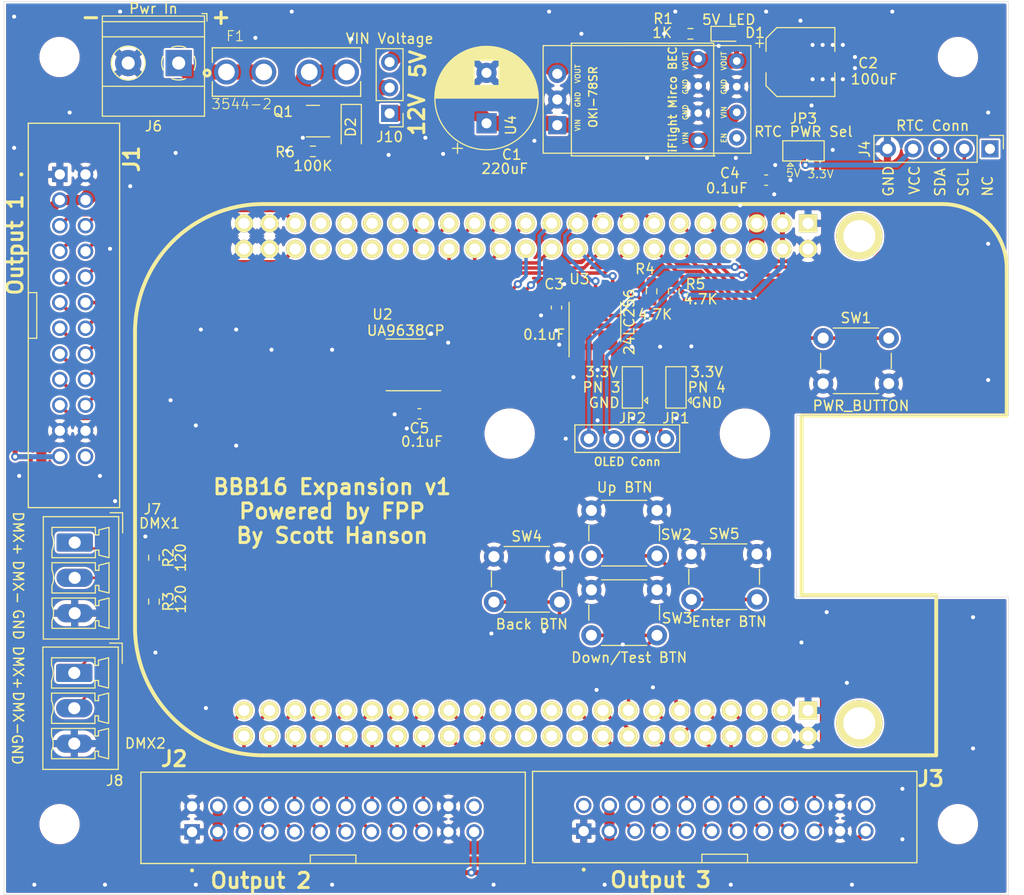
<source format=kicad_pcb>
(kicad_pcb (version 20211014) (generator pcbnew)
  (title_block (title "BBB16 Expansion") (date "2022-03-13") (rev "v1") (company "Scott Hanson"))
  (layers (0 "F.Cu" signal) (31 "B.Cu" signal) (34 "B.Paste" user) (35 "F.Paste" user) (36 "B.SilkS" user "B.Silkscreen") (37 "F.SilkS" user "F.Silkscreen") (38 "B.Mask" user) (39 "F.Mask" user) (44 "Edge.Cuts" user))
  (net 0 "")
  (net 1 "GND")
  (net 2 "+5V")
  (net 3 "/OLED_Pin_4")
  (net 4 "/OLED_Pin_3")
  (net 5 "I2C_SCL")
  (net 6 "I2C_SDA")
  (net 7 "+3V3")
  (net 8 "OUT16")
  (net 9 "OUT15")
  (net 10 "OUT14")
  (net 11 "OUT13")
  (net 12 "OUT12")
  (net 13 "OUT11")
  (net 14 "OUT10")
  (net 15 "OUT9")
  (net 16 "OUT8")
  (net 17 "OUT7")
  (net 18 "OUT6")
  (net 19 "OUT5")
  (net 20 "OUT4")
  (net 21 "OUT3")
  (net 22 "OUT2")
  (net 23 "OUT1")
  (net 24 "/Serial/DMX1-")
  (net 25 "/Serial/DMX1+")
  (net 26 "/Serial/DMX2+")
  (net 27 "/Serial/DMX2-")
  (net 28 "TXD1")
  (net 29 "TXD2")
  (net 30 "OUT32")
  (net 31 "OUT31")
  (net 32 "OUT30")
  (net 33 "OUT29")
  (net 34 "OUT28")
  (net 35 "OUT27")
  (net 36 "OUT26")
  (net 37 "OUT25")
  (net 38 "OUT24")
  (net 39 "OUT23")
  (net 40 "OUT22")
  (net 41 "OUT21")
  (net 42 "OUT20")
  (net 43 "OUT19")
  (net 44 "OUT18")
  (net 45 "OUT17")
  (net 46 "VCC")
  (net 47 "Net-(D2-Pad2)")
  (net 48 "Net-(D1-Pad1)")
  (net 49 "OUT48")
  (net 50 "OUT47")
  (net 51 "OUT46")
  (net 52 "OUT45")
  (net 53 "OUT44")
  (net 54 "OUT43")
  (net 55 "OUT42")
  (net 56 "OUT41")
  (net 57 "OUT40")
  (net 58 "OUT39")
  (net 59 "OUT38")
  (net 60 "OUT37")
  (net 61 "OUT36")
  (net 62 "OUT35")
  (net 63 "OUT34")
  (net 64 "OUT33")
  (net 69 "PWR_BUT")
  (net 71 "/VIN")
  (net 72 "BACKBTN")
  (net 73 "ENTERBTN")
  (net 97 "VIN2")
  (net 98 "UPBTN")
  (net 99 "DOWNBTN")
  (net 100 "Net-(J4-Pad4)")
  (net 101 "/12V")
  (footprint "Capacitor_THT:CP_Radial_D10.0mm_P5.00mm" (layer "F.Cu") (at 186.716 66.801677 90)
    (fp_text reference "C1")
    (fp_text value "220uF")
  )
  (footprint "LED_SMD:LED_0603_1608Metric_Pad1.05x0.95mm_HandSolder" (layer "F.Cu") (at 210.616 57.934)
    (fp_text reference "D1")
    (fp_text value "5V LED")
  )
  (footprint "OLED-SSD1306-128X64-I2C:OLED-SSD1306-128X64-I2C-THT" (layer "F.Cu") (at 200.66 98.044 180)
    (fp_text reference "J5" hide)
    (fp_text value "OLED Conn")
  )
  (footprint "Connector_PinHeader_2.54mm:PinHeader_1x05_P2.54mm_Vertical" (layer "F.Cu") (at 236.591 69.334 -90)
    (fp_text reference "J4")
    (fp_text value "RTC Conn")
  )
  (footprint "Resistor_SMD:R_0603_1608Metric_Pad0.98x0.95mm_HandSolder" (layer "F.Cu") (at 203.07 83.4459 -90)
    (fp_text reference "R4")
    (fp_text value "4.7K")
  )
  (footprint "Capacitor_SMD:C_0603_1608Metric_Pad1.08x0.95mm_HandSolder" (layer "F.Cu") (at 193.6466 85.0588 90)
    (fp_text reference "C3")
    (fp_text value "0.1uF")
  )
  (footprint "Package_SO:SOIC-8_3.9x4.9mm_P1.27mm" (layer "F.Cu") (at 197.4566 86.4812 90)
    (fp_text reference "U3")
    (fp_text value "24LC256")
  )
  (footprint "Resistor_SMD:R_0603_1608Metric_Pad0.98x0.95mm_HandSolder" (layer "F.Cu") (at 206.916 57.934)
    (fp_text reference "R1")
    (fp_text value "1K")
  )
  (footprint "Connector_Phoenix_MC:PhoenixContact_MCV_1,5_3-G-3.5_1x03_P3.50mm_Vertical" (layer "F.Cu") (at 145.916 108.334 -90)
    (fp_text reference "J7")
    (fp_text value "DMX1")
  )
  (footprint "Resistor_SMD:R_0603_1608Metric_Pad0.98x0.95mm_HandSolder" (layer "F.Cu") (at 153.766 114.184 -90)
    (fp_text reference "R3")
    (fp_text value "120")
  )
  (footprint "Capacitor_SMD:C_0603_1608Metric_Pad1.08x0.95mm_HandSolder" (layer "F.Cu") (at 214.416 72.434)
    (fp_text reference "C4")
    (fp_text value "0.1uF")
  )
  (footprint "Package_SO:SOIC-8_3.9x4.9mm_P1.27mm" (layer "F.Cu") (at 178.716 90.734 180)
    (fp_text reference "U2")
    (fp_text value "UA9638CP")
  )
  (footprint "Capacitor_SMD:C_0603_1608Metric_Pad1.08x0.95mm_HandSolder" (layer "F.Cu") (at 180.066 95.584 180)
    (fp_text reference "C5")
    (fp_text value "0.1uF")
  )
  (footprint "Connector_Phoenix_MC:PhoenixContact_MCV_1,5_3-G-3.5_1x03_P3.50mm_Vertical" (layer "F.Cu") (at 145.8735 121.2515 -90)
    (fp_text reference "J8")
    (fp_text value "DMX2")
  )
  (footprint "Resistor_SMD:R_0603_1608Metric_Pad0.98x0.95mm_HandSolder" (layer "F.Cu") (at 153.766 109.834 -90)
    (fp_text reference "R2")
    (fp_text value "120")
  )
  (footprint "Jumper:SolderJumper-3_P1.3mm_Open_Pad1.0x1.5mm" (layer "F.Cu") (at 205.486 92.964 90)
    (fp_text reference "JP1")
    (fp_text value "Pin_4_Select")
  )
  (footprint "Jumper:SolderJumper-3_P1.3mm_Open_Pad1.0x1.5mm" (layer "F.Cu") (at 201.168 92.964 90)
    (fp_text reference "JP2")
    (fp_text value "Pin_3_Select")
  )
  (footprint "Button_Switch_THT:SW_PUSH_6mm" (layer "F.Cu") (at 220.066 88.084)
    (fp_text reference "SW1")
    (fp_text value "PWR_BUTTON")
  )
  (footprint "302-S241:OST_302-S241" (layer "F.Cu") (at 171.516 135.734)
    (fp_text reference "J2")
    (fp_text value "Output 2")
  )
  (footprint "302-S241:OST_302-S241" (layer "F.Cu") (at 145.716 85.834 -90)
    (fp_text reference "J1")
    (fp_text value "Output 1")
  )
  (footprint "302-S241:OST_302-S241" (layer "F.Cu") (at 210.316 135.6565)
    (fp_text reference "J3")
    (fp_text value "Output 3")
  )
  (footprint "beagleboneblack:BEAGLEBONEBLACK" (layer "F.Cu") (at 195.072 102.108)
    (fp_text reference "U1" hide)
    (fp_text value "BEAGLEBONEBLACK" hide)
  )
  (footprint "Button_Switch_THT:SW_PUSH_6mm" (layer "F.Cu") (at 207.01 109.474)
    (fp_text reference "SW5")
    (fp_text value "Enter BTN")
  )
  (footprint "Button_Switch_THT:SW_PUSH_6mm" (layer "F.Cu") (at 187.452 109.728)
    (fp_text reference "SW4")
    (fp_text value "Back BTN")
  )
  (footprint "Button_Switch_THT:SW_PUSH_6mm" (layer "F.Cu") (at 197.104 105.156)
    (fp_text reference "SW2")
    (fp_text value "Up BTN")
  )
  (footprint "Button_Switch_THT:SW_PUSH_6mm" (layer "F.Cu") (at 197.104 113.03)
    (fp_text reference "SW3")
    (fp_text value "Down/Test BTN")
  )
  (footprint "Resistor_SMD:R_0603_1608Metric_Pad0.98x0.95mm_HandSolder" (layer "F.Cu") (at 205.2671 83.4459 -90)
    (fp_text reference "R5")
    (fp_text value "4.7K")
  )
  (footprint "Capacitor_SMD:CP_Elec_6.3x5.4_Nichicon" (layer "F.Cu") (at 217.816 60.734)
    (fp_text reference "C2")
    (fp_text value "100uF")
  )
  (footprint "MountingHole:MountingHole_3.5mm" (layer "F.Cu") (at 233.416 60.234)
    (fp_text reference "H3")
    (fp_text value "MountingHole")
  )
  (footprint "3544-2:FUSE_3544-2" (layer "F.Cu") (at 166.89921 61.721041)
    (fp_text reference "F1")
    (fp_text value "3544-2")
  )
  (footprint "Connector_PinHeader_2.54mm:PinHeader_1x03_P2.54mm_Vertical" (layer "F.Cu") (at 177.116 65.821041 180)
    (fp_text reference "J10")
    (fp_text value "VIN Voltage")
  )
  (footprint "MountingHole:MountingHole_3.5mm" (layer "F.Cu") (at 144.416 136.234)
    (fp_text reference "H1")
    (fp_text value "MountingHole")
  )
  (footprint "Jumper:SolderJumper-3_P1.3mm_Open_Pad1.0x1.5mm" (layer "F.Cu") (at 218.116 69.534)
    (fp_text reference "JP3")
    (fp_text value "RTC PWR Sel")
  )
  (footprint "MountingHole:MountingHole_3.5mm" (layer "F.Cu") (at 233.416 136.234)
    (fp_text reference "H2")
    (fp_text value "MountingHole")
  )
  (footprint "Package_TO_SOT_SMD:SOT-23" (layer "F.Cu") (at 169.516 66.584 180)
    (fp_text reference "Q1")
    (fp_text value "DMP3056L")
  )
  (footprint "Resistor_SMD:R_0603_1608Metric_Pad0.98x0.95mm_HandSolder" (layer "F.Cu") (at 169.516 69.584)
    (fp_text reference "R6")
    (fp_text value "100K")
  )
  (footprint "Diode_SMD:D_SOD-123" (layer "F.Cu") (at 173.316 67.184 -90)
    (fp_text reference "D2")
    (fp_text value "Zener 10V")
  )
  (footprint "Scotts:Universal_5V_Horizontal" (layer "F.Cu") (at 193.724 66.984 90)
    (fp_text reference "U4")
    (fp_text value "Universe5V")
  )
  (footprint "MountingHole:MountingHole_3.5mm" (layer "F.Cu") (at 144.416 60.234)
    (fp_text reference "H4")
    (fp_text value "MountingHole")
  )
  (footprint "TerminalBlock_Phoenix:TerminalBlock_Phoenix_MKDS-1,5-2_1x02_P5.00mm_Horizontal" (layer "F.Cu") (at 156.216 60.834 180)
    (fp_text reference "J6")
    (fp_text value "Pwr In")
  )
  (gr_line (start 238.416 113.734) (end 238.416 143.234) (layer "Edge.Cuts") (width 0.05))
  (gr_line (start 217.416 113.734) (end 217.416 95.734) (layer "Edge.Cuts") (width 0.05))
  (gr_line (start 238.416 143.234) (end 138.916 143.234) (layer "Edge.Cuts") (width 0.05))
  (gr_line (start 138.916 54.734) (end 238.416 54.734) (layer "Edge.Cuts") (width 0.05))
  (gr_line (start 138.916 143.234) (end 138.916 54.734) (layer "Edge.Cuts") (width 0.05))
  (gr_line (start 238.416 113.734) (end 217.416 113.734) (layer "Edge.Cuts") (width 0.05))
  (gr_line (start 238.416 54.734) (end 238.416 95.734) (layer "Edge.Cuts") (width 0.05))
  (gr_line (start 238.416 95.734) (end 217.416 95.734) (layer "Edge.Cuts") (width 0.05))
  (gr_text "VCC" (at 229.116 72.434 90) (layer "F.SilkS") (effects (font (size 1 1))))
  (gr_text "SCL" (at 233.94944 72.672095 90) (layer "F.SilkS") (effects (font (size 1 1))))
  (gr_text "SDA" (at 231.656 72.648285 90) (layer "F.SilkS") (effects (font (size 1 1))))
  (gr_text "GND" (at 226.536 72.529238 90) (layer "F.SilkS") (effects (font (size 1 1))))
  (gr_text "NC" (at 236.35944 73.029238 90) (layer "F.SilkS") (effects (font (size 1 1))))
  (gr_text "GND" (at 208.534 94.488) (layer "F.SilkS") (effects (font (size 1 1))))
  (gr_text "3.3V" (at 198.12 91.44) (layer "F.SilkS") (effects (font (size 1 1))))
  (gr_text "PN 3" (at 198.12 92.964) (layer "F.SilkS") (effects (font (size 1 1))))
  (gr_text "3.3V" (at 208.534 91.44) (layer "F.SilkS") (effects (font (size 1 1))))
  (gr_text "PN 4" (at 208.534 92.964) (layer "F.SilkS") (effects (font (size 1 1))))
  (gr_text "GND" (at 198.374 94.488) (layer "F.SilkS") (effects (font (size 1 1))))
  (gr_text "GND" (at 140.216 128.834 270) (layer "F.SilkS") (effects (font (size 1 1))))
  (gr_text "DMX-" (at 140.316 125.234 270) (layer "F.SilkS") (effects (font (size 1 1))))
  (gr_text "${TITLE} ${REVISION}\nPowered by FPP\nBy ${COMPANY}" (at 171.416 105.234) (layer "F.SilkS") (effects (font (size 1.5 1.5) (thickness 0.3))))
  (gr_text "3.3V" (at 219.816 71.834) (layer "F.SilkS") (effects (font (size 0.8 0.8) (thickness 0.1))))
  (gr_text "-" (at 147.516 56.234) (layer "F.SilkS") (effects (font (size 1.5 1.5) (thickness 0.3))))
  (gr_text "+" (at 160.416 56.234) (layer "F.SilkS") (effects (font (size 1.5 1.5) (thickness 0.3))))
  (gr_text "DMX+" (at 140.316 120.734 270) (layer "F.SilkS") (effects (font (size 1 1))))
  (gr_text "GND" (at 140.316 116.451 270) (layer "F.SilkS") (effects (font (size 1 1))))
  (gr_text "DMX+" (at 140.316 107.434 270) (layer "F.SilkS") (effects (font (size 1 1))))
  (gr_text "5V" (at 217.116 71.734) (layer "F.SilkS") (effects (font (size 0.8 0.8) (thickness 0.1))))
  (gr_text "DMX-" (at 140.316 112.26 270) (layer "F.SilkS") (effects (font (size 1 1))))
  (gr_text "5V" (at 179.916 60.934 90) (layer "F.SilkS") (effects (font (size 1.5 1.5) (thickness 0.3))))
  (gr_text "12V" (at 179.816 65.934 90) (layer "F.SilkS") (effects (font (size 1.5 1.5) (thickness 0.3))))
  (via (at 177.616 95.634) (size 0.8) (drill 0.4) (layers "F.Cu" "B.Cu") (net 1))
  (via (at 205.416 55.734) (size 0.8) (drill 0.4) (layers "F.Cu" "B.Cu") (net 1))
  (via (at 192.916 55.734) (size 0.8) (drill 0.4) (layers "F.Cu" "B.Cu") (net 1))
  (via (at 215.216 73.834) (size 0.8) (drill 0.4) (layers "F.Cu" "B.Cu") (net 1))
  (via (at 205.516 96.034) (size 0.8) (drill 0.4) (layers "F.Cu" "B.Cu") (net 1))
  (via (at 166.9535 69.534) (size 0.8) (drill 0.4) (layers "F.Cu" "B.Cu") (net 1))
  (via (at 153.916 119.234) (size 0.8) (drill 0.4) (layers "F.Cu" "B.Cu") (net 1))
  (via (at 141.916 142.234) (size 0.8) (drill 0.4) (layers "F.Cu" "B.Cu") (net 1))
  (via (at 194.564 98.044) (size 0.8) (drill 0.4) (layers "F.Cu" "B.Cu") (net 1))
  (via (at 236.416 65.734) (size 0.8) (drill 0.4) (layers "F.Cu" "B.Cu") (net 1))
  (via (at 207.01 88.9) (size 0.8) (drill 0.4) (layers "F.Cu" "B.Cu") (net 1))
  (via (at 227.916 137.734) (size 0.8) (drill 0.4) (layers "F.Cu" "B.Cu") (net 1))
  (via (at 148.416 101.734) (size 0.8) (drill 0.4) (layers "F.Cu" "B.Cu") (net 1))
  (via (at 145.416 65.734) (size 0.8) (drill 0.4) (layers "F.Cu" "B.Cu") (net 1))
  (via (at 182.916 88.534) (size 0.8) (drill 0.4) (layers "F.Cu" "B.Cu") (net 1))
  (via (at 217.916 118.234) (size 0.8) (drill 0.4) (layers "F.Cu" "B.Cu") (net 1))
  (via (at 222.916 142.234) (size 0.8) (drill 0.4) (layers "F.Cu" "B.Cu") (net 1))
  (via (at 221.016 69.434) (size 0.8) (drill 0.4) (layers "F.Cu" "B.Cu") (net 1))
  (via (at 158.916 124.734) (size 0.8) (drill 0.4) (layers "F.Cu" "B.Cu") (net 1))
  (via (at 161.916 98.734) (size 0.8) (drill 0.4) (layers "F.Cu" "B.Cu") (net 1))
  (via (at 223.216 60.234) (size 0.8) (drill 0.4) (layers "F.Cu" "B.Cu") (net 1))
  (via (at 201.216 96.034) (size 0.8) (drill 0.4) (layers "F.Cu" "B.Cu") (net 1))
  (via (at 187.198 117.348) (size 0.8) (drill 0.4) (layers "F.Cu" "B.Cu") (net 1))
  (via (at 139.916 69.234) (size 0.8) (drill 0.4) (layers "F.Cu" "B.Cu") (net 1))
  (via (at 220.016 62.434) (size 0.8) (drill 0.4) (layers "F.Cu" "B.Cu") (net 1))
  (via (at 209.716 59.134) (size 0.8) (drill 0.4) (layers "F.Cu" "B.Cu") (net 1))
  (via (at 192.416 117.134) (size 0.8) (drill 0.4) (layers "F.Cu" "B.Cu") (net 1))
  (via (at 191.459344 68.534) (size 0.8) (drill 0.4) (layers "F.Cu" "B.Cu") (net 1))
  (via (at 203.916 88.934) (size 0.8) (drill 0.4) (layers "F.Cu" "B.Cu") (net 1))
  (via (at 222.416 122.234) (size 0.8) (drill 0.4) (layers "F.Cu" "B.Cu") (net 1))
  (via (at 161.916 87.234) (size 0.8) (drill 0.4) (layers "F.Cu" "B.Cu") (net 1))
  (via (at 155.916 69.734) (size 0.8) (drill 0.4) (layers "F.Cu" "B.Cu") (net 1))
  (via (at 148.916 142.234) (size 0.8) (drill 0.4) (layers "F.Cu" "B.Cu") (net 1))
  (via (at 149.916 104.234) (size 0.8) (drill 0.4) (layers "F.Cu" "B.Cu") (net 1))
  (via (at 192.116 85.834) (size 0.8) (drill 0.4) (layers "F.Cu" "B.Cu") (net 1))
  (via (at 182.416 69.834) (size 0.8) (drill 0.4) (layers "F.Cu" "B.Cu") (net 1))
  (via (at 220.016 59.034) (size 0.8) (drill 0.4) (layers "F.Cu" "B.Cu") (net 1))
  (via (at 214.416 55.734) (size 0.8) (drill 0.4) (layers "F.Cu" "B.Cu") (net 1))
  (via (at 193.616 87.334) (size 0.8) (drill 0.4) (layers "F.Cu" "B.Cu") (net 1))
  (via (at 163.816 58.334) (size 0.8) (drill 0.4) (layers "F.Cu" "B.Cu") (net 1))
  (via (at 181.216 87.634) (size 0.8) (drill 0.4) (layers "F.Cu" "B.Cu") (net 1))
  (via (at 236.416 92.234) (size 0.8) (drill 0.4) (layers "F.Cu" "B.Cu") (net 1))
  (via (at 198.416 142.234) (size 0.8) (drill 0.4) (layers "F.Cu" "B.Cu") (net 1))
  (via (at 216.816 72.434) (size 0.8) (drill 0.4) (layers "F.Cu" "B.Cu") (net 1))
  (via (at 219.016 62.434) (size 0.8) (drill 0.4) (layers "F.Cu" "B.Cu") (net 1))
  (via (at 234.916 115.734) (size 0.8) (drill 0.4) (layers "F.Cu" "B.Cu") (net 1))
  (via (at 180.659344 68.234) (size 0.8) (drill 0.4) (layers "F.Cu" "B.Cu") (net 1))
  (via (at 155.416 94.234) (size 0.8) (drill 0.4) (layers "F.Cu" "B.Cu") (net 1))
  (via (at 218.916 65.034) (size 0.8) (drill 0.4) (layers "F.Cu" "B.Cu") (net 1))
  (via (at 173.316 58.434) (size 0.8) (drill 0.4) (layers "F.Cu" "B.Cu") (net 1))
  (via (at 201.116 88.934) (size 0.8) (drill 0.4) (layers "F.Cu" "B.Cu") (net 1))
  (via (at 210.916 142.234) (size 0.8) (drill 0.4) (layers "F.Cu" "B.Cu") (net 1))
  (via (at 168.516 68.234) (size 0.8) (drill 0.4) (layers "F.Cu" "B.Cu") (net 1))
  (via (at 221.016 59.034) (size 0.8) (drill 0.4) (layers "F.Cu" "B.Cu") (net 1))
  (via (at 177.016 69.934) (size 0.8) (drill 0.4) (layers "F.Cu" "B.Cu") (net 1))
  (via (at 234.916 128.734) (size 0.8) (drill 0.4) (layers "F.Cu" "B.Cu") (net 1))
  (via (at 223.216 61.334) (size 0.8) (drill 0.4) (layers "F.Cu" "B.Cu") (net 1))
  (via (at 222.016 62.434) (size 0.8) (drill 0.4) (layers "F.Cu" "B.Cu") (net 1))
  (via (at 197.716 96.234) (size 0.8) (drill 0.4) (layers "F.Cu" "B.Cu") (net 1))
  (via (at 220.416 115.234) (size 0.8) (drill 0.4) (layers "F.Cu" "B.Cu") (net 1))
  (via (at 171.416 89.234) (size 0.8) (drill 0.4) (layers "F.Cu" "B.Cu") (net 1))
  (via (at 178.816 97.034) (size 0.8) (drill 0.4) (layers "F.Cu" "B.Cu") (net 1))
  (via (at 196.116 57.934) (size 0.8) (drill 0.4) (layers "F.Cu" "B.Cu") (net 1))
  (via (at 215.316 70.934) (size 0.8) (drill 0.4) (layers "F.Cu" "B.Cu") (net 1))
  (via (at 236.416 78.734) (size 0.8) (drill 0.4) (layers "F.Cu" "B.Cu") (net 1))
  (via (at 204.316 57.934) (size 0.8) (drill 0.4) (layers "F.Cu" "B.Cu") (net 1))
  (via (at 193.916 88.734) (size 0.8) (drill 0.4) (layers "F.Cu" "B.Cu") (net 1))
  (via (at 157.916 96.734) (size 0.8) (drill 0.4) (layers "F.Cu" "B.Cu") (net 1))
  (via (at 197.616 122.934) (size 0.8) (drill 0.4) (layers "F.Cu" "B.Cu") (net 1))
  (via (at 140.416 101.734) (size 0.8) (drill 0.4) (layers "F.Cu" "B.Cu") (net 1))
  (via (at 227.916 132.734) (size 0.8) (drill 0.4) (layers "F.Cu" "B.Cu") (net 1))
  (via (at 195.326 91.948) (size 0.8) (drill 0.4) (layers "F.Cu" "B.Cu") (net 1))
  (via (at 203.2 122.682) (size 0.8) (drill 0.4) (layers "F.Cu" "B.Cu") (net 1))
  (via (at 226.916 55.734) (size 0.8) (drill 0.4) (layers "F.Cu" "B.Cu") (net 1))
  (via (at 219.016 59.034) (size 0.8) (drill 0.4) (layers "F.Cu" "B.Cu") (net 1))
  (via (at 221.016 62.434) (size 0.8) (drill 0.4) (layers "F.Cu" "B.Cu") (net 1))
  (via (at 211.836 74.93) (size 0.8) (drill 0.4) (layers "F.Cu" "B.Cu") (net 1))
  (via (at 157.916 142.234) (size 0.8) (drill 0.4) (layers "F.Cu" "B.Cu") (net 1))
  (via (at 211.416 70.234) (size 0.8) (drill 0.4) (layers "F.Cu" "B.Cu") (net 1))
  (via (at 202.616 70.234) (size 0.8) (drill 0.4) (layers "F.Cu" "B.Cu") (net 1))
  (via (at 152.916 107.734) (size 0.8) (drill 0.4) (layers "F.Cu" "B.Cu") (net 1))
  (via (at 149.416 79.234) (size 0.8) (drill 0.4) (layers "F.Cu" "B.Cu") (net 1))
  (via (at 194.416 82.734) (size 0.8) (drill 0.4) (layers "F.Cu" "B.Cu") (net 1))
  (via (at 197.716 91.234) (size 0.8) (drill 0.4) (layers "F.Cu" "B.Cu") (net 1))
  (via (at 217.816 56.634) (size 0.8) (drill 0.4) (layers "F.Cu" "B.Cu") (net 1))
  (via (at 222.016 59.034) (size 0.8) (drill 0.4) (layers "F.Cu" "B.Cu") (net 1))
  (via (at 165.416 89.234) (size 0.8) (drill 0.4) (layers "F.Cu" "B.Cu") (net 1))
  (via (at 167.416 55.734) (size 0.8) (drill 0.4) (layers "F.Cu" "B.Cu") (net 1))
  (via (at 150.416 55.734) (size 0.8) (drill 0.4) (layers "F.Cu" "B.Cu") (net 1))
  (via (at 187.416 142.234) (size 0.8) (drill 0.4) (layers "F.Cu" "B.Cu") (net 1))
  (via (at 171.416 142.234) (size 0.8) (drill 0.4) (layers "F.Cu" "B.Cu") (net 1))
  (via (at 158.416 87.234) (size 0.8) (drill 0.4) (layers "F.Cu" "B.Cu") (net 1))
  (via (at 151.416 73.034) (size 0.8) (drill 0.4) (layers "F.Cu" "B.Cu") (net 1))
  (via (at 139.916 56.234) (size 0.8) (drill 0.4) (layers "F.Cu" "B.Cu") (net 1))
  (via (at 200.216 118.434) (size 0.8) (drill 0.4) (layers "F.Cu" "B.Cu") (net 1))
  (segment (start 160.116 140.034) (end 160.215501 139.934499) (width 1) (layer "F.Cu") (net 2))
  (segment (start 211.504 60.634) (end 215.416 60.634) (width 1.5) (layer "F.Cu") (net 2))
  (segment (start 213.487 68.28) (end 213.487 69.963) (width 1.5) (layer "F.Cu") (net 2))
  (segment (start 144.909301 130.884489) (end 147.866489 130.884489) (width 1) (layer "F.Cu") (net 2))
  (segment (start 181.191 92.639) (end 181.191 95.3215) (width 0.5) (layer "F.Cu") (net 2))
  (segment (start 190.854 59.034) (end 193.724 61.904) (width 1.5) (layer "F.Cu") (net 2))
  (segment (start 142.61648 128.591668) (end 144.909301 130.884489) (width 1) (layer "F.Cu") (net 2))
  (segment (start 160.116 140.034) (end 160.086 140.004) (width 1) (layer "F.Cu") (net 2))
  (segment (start 213.916 69.534) (end 213.487 69.963) (width 0.5) (layer "F.Cu") (net 2))
  (segment (start 178.916 87.334) (end 164.916 87.334) (width 0.5) (layer "F.Cu") (net 2))
  (segment (start 207.92594 60.634) (end 211.504 60.634) (width 1.5) (layer "F.Cu") (net 2))
  (segment (start 207.694 60.40206) (end 195.22594 60.40206) (width 1.5) (layer "F.Cu") (net 2))
  (segment (start 144.446 74.404) (end 142.61648 76.23352) (width 1) (layer "F.Cu") (net 2))
  (segment (start 160.215501 139.934499) (end 197.015501 139.934499) (width 1) (layer "F.Cu") (net 2))
  (segment (start 215.516 66.251) (end 213.487 68.28) (width 1.5) (layer "F.Cu") (net 2))
  (segment (start 215.416 60.634) (end 215.516 60.734) (width 1.5) (layer "F.Cu") (net 2))
  (segment (start 198.886 138.064) (end 198.886 134.464) (width 1) (layer "F.Cu") (net 2))
  (segment (start 164.916 87.334) (end 149.21552 103.03448) (width 0.5) (layer "F.Cu") (net 2))
  (segment (start 146.986 74.404) (end 147.640686 73.634) (width 1.5) (layer "F.Cu") (net 2))
  (segment (start 197.015501 139.934499) (end 198.886 138.064) (width 1) (layer "F.Cu") (net 2))
  (segment (start 142.61648 76.23352) (end 142.61648 103.03448) (width 1) (layer "F.Cu") (net 2))
  (segment (start 207.694 60.40206) (end 207.92594 60.634) (width 1.5) (layer "F.Cu") (net 2))
  (segment (start 195.22594 60.40206) (end 193.724 61.904) (width 1.5) (layer "F.Cu") (net 2))
  (segment (start 149.21552 103.03448) (end 142.61648 103.03448) (width 0.5) (layer "F.Cu") (net 2))
  (segment (start 215.516 60.734) (end 215.516 66.251) (width 1.5) (layer "F.Cu") (net 2))
  (segment (start 180.9285 95.584) (end 178.916 93.5715) (width 0.5) (layer "F.Cu") (net 2))
  (segment (start 178.916 93.5715) (end 178.916 87.334) (width 0.5) (layer "F.Cu") (net 2))
  (segment (start 181.191 95.3215) (end 180.9285 95.584) (width 0.5) (layer "F.Cu") (net 2))
  (segment (start 216.816 69.534) (end 213.916 69.534) (width 0.5) (layer "F.Cu") (net 2))
  (segment (start 213.487 69.963) (end 213.487 71.105) (width 1.5) (layer "F.Cu") (net 2))
  (segment (start 149.756 71.634) (end 212.958 71.634) (width 1.5) (layer "F.Cu") (net 2))
  (segment (start 213.487 76.708) (end 213.487 71.105) (width 1.5) (layer "F.Cu") (net 2))
  (segment (start 212.958 71.634) (end 213.487 71.105) (width 1.5) (layer "F.Cu") (net 2))
  (segment (start 211.491 57.934) (end 211.491 60.621) (width 0.5) (layer "F.Cu") (net 2))
  (segment (start 146.986 74.404) (end 149.756 71.634) (width 1.5) (layer "F.Cu") (net 2))
  (segment (start 146.986 74.404) (end 144.446 74.404) (width 1) (layer "F.Cu") (net 2))
  (segment (start 211.491 60.621) (end 211.504 60.634) (width 0.5) (layer "F.Cu") (net 2))
  (segment (start 160.086 140.004) (end 160.086 134.464) (width 1) (layer "F.Cu") (net 2))
  (segment (start 213.487 79.248) (end 213.487 76.708) (width 1.5) (layer "F.Cu") (net 2))
  (segment (start 177.116 60.741041) (end 178.823041 59.034) (width 1.5) (layer "F.Cu") (net 2))
  (segment (start 147.640686 73.634) (end 147.640686 73.749314) (width 1.5) (layer "F.Cu") (net 2))
  (segment (start 157.016 140.034) (end 160.116 140.034) (width 1) (layer "F.Cu") (net 2))
  (segment (start 147.866489 130.884489) (end 157.016 140.034) (width 1) (layer "F.Cu") (net 2))
  (segment (start 147.640686 73.749314) (end 146.986 74.404) (width 1.5) (layer "F.Cu") (net 2))
  (segment (start 142.61648 103.03448) (end 142.61648 128.591668) (width 1) (layer "F.Cu") (net 2))
  (segment (start 178.823041 59.034) (end 190.854 59.034) (width 1.5) (layer "F.Cu") (net 2))
  (segment (start 204.46 98.044) (end 203.962 97.546) (width 0.35) (layer "F.Cu") (net 3))
  (segment (start 204.386 92.964) (end 205.486 92.964) (width 0.35) (layer "F.Cu") (net 3))
  (segment (start 203.962 97.546) (end 203.962 93.388) (width 0.35) (layer "F.Cu") (net 3))
  (segment (start 203.962 93.388) (end 204.386 92.964) (width 0.35) (layer "F.Cu") (net 3))
  (segment (start 201.96 98.044) (end 202.692 97.312) (width 0.35) (layer "F.Cu") (net 4))
  (segment (start 202.692 93.388) (end 202.268 92.964) (width 0.35) (layer "F.Cu") (net 4))
  (segment (start 202.268 92.964) (end 201.168 92.964) (width 0.35) (layer "F.Cu") (net 4))
  (segment (start 202.692 97.312) (end 202.692 93.388) (width 0.35) (layer "F.Cu") (net 4))
  (segment (start 226.116 81.834) (end 212.016 81.834) (width 0.35) (layer "F.Cu") (net 5))
  (segment (start 203.886 85.852) (end 205.2671 84.4709) (width 0.35) (layer "F.Cu") (net 5))
  (segment (start 197.516 82.434) (end 197.516 83.4306) (width 0.35) (layer "F.Cu") (net 5))
  (segment (start 197.516 83.4306) (end 198.0916 84.0062) (width 0.35) (layer "F.Cu") (net 5))
  (segment (start 198.9624 85.852) (end 202.634 85.852) (width 0.35) (layer "F.Cu") (net 5))
  (segment (start 202.634 85.852) (end 203.886 85.852) (width 0.35) (layer "F.Cu") (net 5))
  (segment (start 234.051 69.334) (end 234.051 73.899) (width 0.35) (layer "F.Cu") (net 5))
  (segment (start 234.051 73.899) (end 226.116 81.834) (width 0.35) (layer "F.Cu") (net 5))
  (segment (start 198.0916 84.0062) (end 198.0916 84.9812) (width 0.35) (layer "F.Cu") (net 5))
  (segment (start 198.0916 84.9812) (end 198.9624 85.852) (width 0.35) (layer "F.Cu") (net 5))
  (via (at 197.516 82.434) (size 0.8) (drill 0.4) (layers "F.Cu" "B.Cu") (net 5))
  (via (at 212.016 81.834) (size 0.8) (drill 0.4) (layers "F.Cu" "B.Cu") (net 5))
  (via (at 202.634 85.852) (size 0.8) (drill 0.4) (layers "F.Cu" "B.Cu") (net 5))
  (segment (start 194.482489 79.75521) (end 197.161279 82.434) (width 0.35) (layer "B.Cu") (net 5))
  (segment (start 195.707 76.708) (end 194.482489 77.932511) (width 0.35) (layer "B.Cu") (net 5))
  (segment (start 197.161279 82.434) (end 197.516 82.434) (width 0.35) (layer "B.Cu") (net 5))
  (segment (start 202.634 85.852) (end 206.652 81.834) (width 0.35) (layer "B.Cu") (net 5))
  (segment (start 199.36 98.044) (end 198.616 97.3) (width 0.35) (layer "B.Cu") (net 5))
  (segment (start 198.616 97.3) (end 198.616 89.87) (width 0.35) (layer "B.Cu") (net 5))
  (segment (start 198.616 89.87) (end 200.138999 88.347001) (width 0.35) (layer "B.Cu") (net 5))
  (segment (start 194.482489 77.932511) (end 194.482489 79.75521) (width 0.35) (layer "B.Cu") (net 5))
  (segment (start 206.652 81.834) (end 212.016 81.834) (width 0.35) (layer "B.Cu") (net 5))
  (segment (start 200.138999 88.347001) (end 202.634 85.852) (width 0.35) (layer "B.Cu") (net 5))
  (segment (start 199.216 83.8606) (end 199.3616 84.0062) (width 0.35) (layer "F.Cu") (net 6))
  (segment (start 231.511 69.334) (end 231.511 73.805821) (width 0.35) (layer "F.Cu") (net 6))
  (segment (start 231.511 73.805821) (end 224.282821 81.034) (width 0.35) (layer "F.Cu") (net 6))
  (segment (start 202.2529 84.4709) (end 201.516 83.734) (width 0.35) (layer "F.Cu") (net 6))
  (segment (start 199.3616 84.0062) (end 199.5338 83.834) (width 0.35) (layer "F.Cu") (net 6))
  (segment (start 201.416 83.834) (end 201.516 83.734) (width 0.35) (layer "F.Cu") (net 6))
  (segment (start 199.5338 83.834) (end 201.416 83.834) (width 0.35) (layer "F.Cu") (net 6))
  (segment (start 203.07 84.4709) (end 202.2529 84.4709) (width 0.35) (layer "F.Cu") (net 6))
  (segment (start 224.282821 81.034) (end 211.316 81.034) (width 0.35) (layer "F.Cu") (net 6))
  (segment (start 199.216 81.934) (end 199.216 83.8606) (width 0.35) (layer "F.Cu") (net 6))
  (via (at 211.316 81.034) (size 0.8) (drill 0.4) (layers "F.Cu" "B.Cu") (net 6))
  (via (at 201.516 83.734) (size 0.8) (drill 0.4) (layers "F.Cu" "B.Cu") (net 6))
  (via (at 199.216 81.934) (size 0.8) (drill 0.4) (layers "F.Cu" "B.Cu") (net 6))
  (segment (start 196.86 98.044) (end 196.86 88.39) (width 0.35) (layer "B.Cu") (net 6))
  (segment (start 211.316 81.034) (end 204.216 81.034) (width 0.35) (layer "B.Cu") (net 6))
  (segment (start 198.393 81.934) (end 199.216 81.934) (width 0.35) (layer "B.Cu") (net 6))
  (segment (start 204.216 81.034) (end 201.516 83.734) (width 0.35) (layer "B.Cu") (net 6))
  (segment (start 196.86 88.39) (end 201.516 83.734) (width 0.35) (layer "B.Cu") (net 6))
  (segment (start 195.707 79.248) (end 198.393 81.934) (width 0.35) (layer "B.Cu") (net 6))
  (segment (start 205.486 91.664) (end 201.168 91.664) (width 0.5) (layer "F.Cu") (net 7))
  (segment (start 216.216 56.834) (end 150.916 56.834) (width 0.5) (layer "F.Cu") (net 7))
  (segment (start 144.516 131.834) (end 147.473176 131.834) (width 0.5) (layer "F.Cu") (net 7))
  (segment (start 140.016 73.100403) (end 140.016 99.834) (width 0.5) (layer "F.Cu") (net 7))
  (segment (start 195.5516 84.0062) (end 193.6742 84.0062) (width 0.5) (layer "F.Cu") (net 7))
  (segment (start 147.473176 131.834) (end 156.673176 141.034) (width 0.5) (layer "F.Cu") (net 7))
  (segment (start 203.07 82.4209) (end 205.000825 82.4209) (width 0.5) (layer "F.Cu") (net 7))
  (segment (start 148.816 64.300403) (end 140.016 73.100403) (width 0.5) (layer "F.Cu") (net 7))
  (segment (start 219.416 69.534) (end 219.416 72.034) (width 0.5) (layer "F.Cu") (net 7))
  (segment (start 140.016 99.834) (end 141.51696 99.834) (width 0.5) (layer "F.Cu") (net 7))
  (segment (start 204.634966 86.868) (end 196.45 86.868) (width 0.5) (layer "F.Cu") (net 7))
  (segment (start 206.413425 83.8335) (end 206.413425 85.089541) (width 0.5) (layer "F.Cu") (net 7))
  (segment (start 205.486 91.664) (end 205.486 87.719034) (width 0.5) (layer "F.Cu") (net 7))
  (segment (start 141.51696 99.834) (end 141.51696 103.489916) (width 0.5) (layer "F.Cu") (net 7))
  (segment (start 141.51696 103.489916) (end 141.66696 103.639916) (width 0.5) (layer "F.Cu") (net 7))
  (segment (start 205.000825 82.4209) (end 206.413425 83.8335) (width 0.5) (layer "F.Cu") (net 7))
  (segment (start 206.413425 85.089541) (end 204.634966 86.868) (width 0.5) (layer "F.Cu") (net 7))
  (segment (start 216.027 76.708) (end 216.027 79.248) (width 0.5) (layer "F.Cu") (net 7))
  (segment (start 141.66696 128.98496) (end 144.516 131.834) (width 0.5) (layer "F.Cu") (net 7))
  (segment (start 219.416 68.434) (end 217.416 66.434) (width 0.5) (layer "F.Cu") (net 7))
  (segment (start 185.216 141.034) (end 220.1785 141.034) (width 0.5) (layer "F.Cu") (net 7))
  (segment (start 219.416 72.034) (end 216.027 75.423) (width 0.5) (layer "F.Cu") (net 7))
  (segment (start 217.416 66.434) (end 217.416 58.034) (width 0.5) (layer "F.Cu") (net 7))
  (segment (start 196.45 86.868) (end 195.5516 85.9696) (width 0.5) (layer "F.Cu") (net 7))
  (segment (start 205.486 87.719034) (end 204.634966 86.868) (width 0.5) (layer "F.Cu") (net 7))
  (segment (start 217.416 58.034) (end 216.216 56.834) (width 0.5) (layer "F.Cu") (net 7))
  (segment (start 219.416 69.534) (end 219.416 68.434) (width 0.5) (layer "F.Cu") (net 7))
  (segment (start 150.916 56.834) (end 148.816 58.934) (width 0.5) (layer "F.Cu") (net 7))
  (segment (start 195.5516 85.9696) (end 195.5516 84.0062) (width 0.5) (layer "F.Cu") (net 7))
  (segment (start 148.816 58.934) (end 148.816 64.300403) (width 0.5) (layer "F.Cu") (net 7))
  (segment (start 220.1785 141.034) (end 224.286 136.9265) (width 0.5) (layer "F.Cu") (net 7))
  (segment (start 156.673176 141.034) (end 185.216 141.034) (width 0.5) (layer "F.Cu") (net 7))
  (segment (start 216.027 75.423) (end 216.027 76.708) (width 0.5) (layer "F.Cu") (net 7))
  (segment (start 141.66696 103.639916) (end 141.66696 128.98496) (width 0.5) (layer "F.Cu") (net 7))
  (segment (start 193.6742 84.0062) (end 193.6466 84.0338) (width 0.5) (layer "F.Cu") (net 7))
  (via (at 140.016 99.834) (size 0.8) (drill 0.4) (layers "F.Cu" "B.Cu") (net 7))
  (via (at 185.216 141.034) (size 0.8) (drill 0.4) (layers "F.Cu" "B.Cu") (net 7))
  (via (at 206.413425 83.8335) (size 0.8) (drill 0.4) (layers "F.Cu" "B.Cu") (net 7))
  (segment (start 216.027 80.923) (end 213.1165 83.8335) (width 0.5) (layer "B.Cu") (net 7))
  (segment (start 185.486 137.004) (end 185.486 140.764) (width 0.5) (layer "B.Cu") (net 7))
  (segment (start 140.016 99.834) (end 144.416 99.834) (width 0.5) (layer "B.Cu") (net 7))
  (segment (start 216.027 79.248) (end 216.027 80.923) (width 0.5) (layer "B.Cu") (net 7))
  (segment (start 144.416 99.834) (end 144.446 99.804) (width 0.5) (layer "B.Cu") (net 7))
  (segment (start 185.486 140.764) (end 185.216 141.034) (width 0.5) (layer "B.Cu") (net 7))
  (segment (start 213.1165 83.8335) (end 206.413425 83.8335) (width 0.5) (layer "B.Cu") (net 7))
  (segment (start 185.229809 85.533022) (end 156.176978 85.533022) (width 0.35) (layer "F.Cu") (net 8))
  (segment (start 196.360511 81.134489) (end 189.628343 81.134489) (width 0.35) (layer "F.Cu") (net 8))
  (segment (start 189.628343 81.134489) (end 185.229809 85.533022) (width 0.35) (layer "F.Cu") (net 8))
  (segment (start 198.247 79.248) (end 196.360511 81.134489) (width 0.35) (layer "F.Cu") (net 8))
  (segment (start 156.176978 85.533022) (end 146.986 94.724) (width 0.35) (layer "F.Cu") (net 8))
  (segment (start 185.436714 86.032533) (end 189.835248 81.634) (width 0.35) (layer "F.Cu") (net 9))
  (segment (start 189.835248 81.634) (end 198.401 81.634) (width 0.35) (layer "F.Cu") (net 9))
  (segment (start 157.517467 86.032533) (end 185.436714 86.032533) (width 0.35) (layer "F.Cu") (net 9))
  (segment (start 145.756 96.034) (end 147.516 96.034) (width 0.35) (layer "F.Cu") (net 9))
  (segment (start 147.516 96.034) (end 157.517467 86.032533) (width 0.35) (layer "F.Cu") (net 9))
  (segment (start 144.446 94.724) (end 145.756 96.034) (width 0.35) (layer "F.Cu") (net 9))
  (segment (start 198.401 81.634) (end 200.787 79.248) (width 0.35) (layer "F.Cu") (net 9))
  (segment (start 189.311511 78.023489) (end 189.311511 80.038489) (width 0.35) (layer "F.Cu") (net 10))
  (segment (start 189.311511 80.038489) (end 184.816 84.534) (width 0.35) (layer "F.Cu") (net 10))
  (segment (start 190.627 76.708) (end 189.311511 78.023489) (width 0.35) (layer "F.Cu") (net 10))
  (segment (start 154.636 84.534) (end 146.986 92.184) (width 0.35) (layer "F.Cu") (net 10))
  (segment (start 184.816 84.534) (end 154.636 84.534) (width 0.35) (layer "F.Cu") (net 10))
  (segment (start 145.696 93.434) (end 147.516 93.434) (width 0.35) (layer "F.Cu") (net 11))
  (segment (start 147.516 93.434) (end 155.916489 85.033511) (width 0.35) (layer "F.Cu") (net 11))
  (segment (start 191.780022 80.634978) (end 193.167 79.248) (width 0.35) (layer "F.Cu") (net 11))
  (segment (start 189.421438 80.634978) (end 191.780022 80.634978) (width 0.35) (layer "F.Cu") (net 11))
  (segment (start 185.022905 85.033511) (end 189.421438 80.634978) (width 0.35) (layer "F.Cu") (net 11))
  (segment (start 155.916489 85.033511) (end 185.022905 85.033511) (width 0.35) (layer "F.Cu") (net 11))
  (segment (start 144.446 92.184) (end 145.696 93.434) (width 0.35) (layer "F.Cu") (net 11))
  (segment (start 153.096 83.534) (end 146.986 89.644) (width 0.35) (layer "F.Cu") (net 12))
  (segment (start 183.316 83.534) (end 153.096 83.534) (width 0.35) (layer "F.Cu") (net 12))
  (segment (start 188.087 76.708) (end 186.862489 77.932511) (width 0.35) (layer "F.Cu") (net 12))
  (segment (start 186.862489 77.932511) (end 186.862489 79.987511) (width 0.35) (layer "F.Cu") (net 12))
  (segment (start 186.862489 79.987511) (end 183.316 83.534) (width 0.35) (layer "F.Cu") (net 12))
  (segment (start 145.736 90.934) (end 147.516 90.934) (width 0.35) (layer "F.Cu") (net 13))
  (segment (start 188.087 79.469416) (end 188.087 79.248) (width 0.35) (layer "F.Cu") (net 13))
  (segment (start 144.446 89.644) (end 145.736 90.934) (width 0.35) (layer "F.Cu") (net 13))
  (segment (start 183.522905 84.033511) (end 188.087 79.469416) (width 0.35) (layer "F.Cu") (net 13))
  (segment (start 147.516 90.934) (end 154.416489 84.033511) (width 0.35) (layer "F.Cu") (net 13))
  (segment (start 154.416489 84.033511) (end 183.522905 84.033511) (width 0.35) (layer "F.Cu") (net 13))
  (segment (start 184.231511 80.218489) (end 181.916 82.534) (width 0.35) (layer "F.Cu") (net 14))
  (segment (start 151.556 82.534) (end 146.986 87.104) (width 0.35) (layer "F.Cu") (net 14))
  (segment (start 184.231511 78.023489) (end 184.231511 80.218489) (width 0.35) (layer "F.Cu") (net 14))
  (segment (start 185.547 76.708) (end 184.231511 78.023489) (width 0.35) (layer "F.Cu") (net 14))
  (segment (start 181.916 82.534) (end 151.556 82.534) (width 0.35) (layer "F.Cu") (net 14))
  (segment (start 185.547 80.520792) (end 185.547 79.248) (width 0.35) (layer "F.Cu") (net 15))
  (segment (start 147.516 88.334) (end 152.816489 83.033511) (width 0.35) (layer "F.Cu") (net 15))
  (segment (start 145.676 88.334) (end 147.516 88.334) (width 0.35) (layer "F.Cu") (net 15))
  (segment (start 183.034281 83.033511) (end 185.547 80.520792) (width 0.35) (layer "F.Cu") (net 15))
  (segment (start 144.446 87.104) (end 145.676 88.334) (width 0.35) (layer "F.Cu") (net 15))
  (segment (start 152.816489 83.033511) (end 183.034281 83.033511) (width 0.35) (layer "F.Cu") (net 15))
  (segment (start 180.415022 81.534978) (end 181.782489 80.167511) (width 0.35) (layer "F.Cu") (net 16))
  (segment (start 146.986 84.564) (end 148.067873 84.564) (width 0.35) (layer "F.Cu") (net 16))
  (segment (start 151.096895 81.534978) (end 180.415022 81.534978) (width 0.35) (layer "F.Cu") (net 16))
  (segment (start 181.782489 77.932511) (end 183.007 76.708) (width 0.35) (layer "F.Cu") (net 16))
  (segment (start 181.782489 80.167511) (end 181.782489 77.932511) (width 0.35) (layer "F.Cu") (net 16))
  (segment (start 148.067873 84.564) (end 151.096895 81.534978) (width 0.35) (layer "F.Cu") (net 16))
  (segment (start 145.716 85.834) (end 144.446 84.564) (width 0.35) (layer "F.Cu") (net 17))
  (segment (start 183.007 80.520792) (end 181.493303 82.034489) (width 0.35) (layer "F.Cu") (net 17))
  (segment (start 151.315511 82.034489) (end 147.516 85.834) (width 0.35) (layer "F.Cu") (net 17))
  (segment (start 181.493303 82.034489) (end 151.315511 82.034489) (width 0.35) (layer "F.Cu") (net 17))
  (segment (start 147.516 85.834) (end 145.716 85.834) (width 0.35) (layer "F.Cu") (net 17))
  (segment (start 183.007 79.248) (end 183.007 80.520792) (width 0.35) (layer "F.Cu") (net 17))
  (segment (start 167.767 79.248) (end 166.492489 80.522511) (width 0.35) (layer "F.Cu") (net 18))
  (segment (start 166.492489 80.522511) (end 148.487489 80.522511) (width 0.35) (layer "F.Cu") (net 18))
  (segment (start 148.487489 80.522511) (end 146.986 82.024) (width 0.35) (layer "F.Cu") (net 18))
  (segment (start 147.816 83.234) (end 150.016 81.034) (width 0.35) (layer "F.Cu") (net 19))
  (segment (start 179.242489 79.907511) (end 179.242489 77.932511) (width 0.35) (layer "F.Cu") (net 19))
  (segment (start 179.242489 77.932511) (end 180.467 76.708) (width 0.35) (layer "F.Cu") (net 19))
  (segment (start 178.116 81.034) (end 179.242489 79.907511) (width 0.35) (layer "F.Cu") (net 19))
  (segment (start 144.446 82.024) (end 145.656 83.234) (width 0.35) (layer "F.Cu") (net 19))
  (segment (start 150.016 81.034) (end 178.116 81.034) (width 0.35) (layer "F.Cu") (net 19))
  (segment (start 145.656 83.234) (end 147.816 83.234) (width 0.35) (layer "F.Cu") (net 19))
  (segment (start 151.036511 75.433489) (end 146.986 79.484) (width 0.35) (layer "F.Cu") (net 20))
  (segment (start 167.767 76.708) (end 166.492489 75.433489) (width 0.35) (layer "F.Cu") (net 20))
  (segment (start 166.492489 75.433489) (end 151.036511 75.433489) (width 0.35) (layer "F.Cu") (net 20))
  (segment (start 145.696 78.234) (end 144.446 79.484) (width 0.35) (layer "F.Cu") (net 21))
  (segment (start 198.247 76.708) (end 196.472978 74.933978) (width 0.35) (layer "F.Cu") (net 21))
  (segment (start 147.45888 78.234) (end 145.696 78.234) (width 0.35) (layer "F.Cu") (net 21))
  (segment (start 150.758902 74.933978) (end 147.45888 78.234) (width 0.35) (layer "F.Cu") (net 21))
  (segment (start 196.472978 74.933978) (end 150.758902 74.933978) (width 0.35) (layer "F.Cu") (net 21))
  (segment (start 198.513467 74.434467) (end 149.495533 74.434467) (width 0.35) (layer "F.Cu") (net 22))
  (segment (start 200.787 76.708) (end 198.513467 74.434467) (width 0.35) (layer "F.Cu") (net 22))
  (segment (start 149.495533 74.434467) (end 146.986 76.944) (width 0.35) (layer "F.Cu") (net 22))
  (segment (start 200.553956 73.934956) (end 149.217924 73.934956) (width 0.35) (layer "F.Cu") (net 23))
  (segment (start 203.327 76.708) (end 200.553956 73.934956) (width 0.35) (layer "F.Cu") (net 23))
  (segment (start 145.535511 75.854489) (end 144.446 76.944) (width 0.35) (layer "F.Cu") (net 23))
  (segment (start 147.298391 75.854489) (end 145.535511 75.854489) (width 0.35) (layer "F.Cu") (net 23))
  (segment (start 149.217924 73.934956) (end 147.298391 75.854489) (width 0.35) (layer "F.Cu") (net 23))
  (segment (start 175.935639 88.829) (end 154.018139 110.7465) (width 0.25) (layer "F.Cu") (net 24))
  (segment (start 176.241 88.829) (end 175.935639 88.829) (width 0.25) (layer "F.Cu") (net 24))
  (segment (start 145.916 111.834) (end 152.6785 111.834) (width 0.25) (layer "F.Cu") (net 24))
  (segment (start 154.018139 110.7465) (end 153.766 110.7465) (width 0.25) (layer "F.Cu") (net 24))
  (segment (start 152.6785 111.834) (end 153.766 110.7465) (width 0.25) (layer "F.Cu") (net 24))
  (segment (start 145.916 108.334) (end 146.5035 108.9215) (width 0.25) (layer "F.Cu") (net 25))
  (segment (start 153.766 108.9215) (end 174.778989 87.908511) (width 0.25) (layer "F.Cu") (net 25))
  (segment (start 177.390511 87.908511) (end 177.716 88.234) (width 0.25) (layer "F.Cu") (net 25))
  (segment (start 177.716 88.234) (end 177.716 89.434) (width 0.25) (layer "F.Cu") (net 25))
  (segment (start 146.5035 108.9215) (end 153.766 108.9215) (width 0.25) (layer "F.Cu") (net 25))
  (segment (start 174.778989 87.908511) (end 177.390511 87.908511) (width 0.25) (layer "F.Cu") (net 25))
  (segment (start 177.716 89.434) (end 177.051 90.099) (width 0.25) (layer "F.Cu") (net 25))
  (segment (start 177.051 90.099) (end 176.241 90.099) (width 0.25) (layer "F.Cu") (net 25))
  (segment (start 153.766 113.359) (end 145.8735 121.2515) (width 0.25) (layer "F.Cu") (net 26))
  (segment (start 174.3985 92.639) (end 153.766 113.2715) (width 0.25) (layer "F.Cu") (net 26))
  (segment (start 176.241 92.639) (end 174.3985 92.639) (width 0.25) (layer "F.Cu") (net 26))
  (segment (start 153.766 113.2715) (end 153.766 113.359) (width 0.25) (layer "F.Cu") (net 26))
  (segment (start 155.6535 115.0965) (end 177.816 92.934) (width 0.25) (layer "F.Cu") (net 27))
  (segment (start 177.251 91.369) (end 176.241 91.369) (width 0.25) (layer "F.Cu") (net 27))
  (segment (start 153.766 115.0965) (end 155.6535 115.0965) (width 0.25) (layer "F.Cu") (net 27))
  (segment (start 153.766 115.0965) (end 153.766 116.859) (width 0.25) (layer "F.Cu") (net 27))
  (segment (start 177.816 92.934) (end 177.816 91.934) (width 0.25) (layer "F.Cu") (net 27))
  (segment (start 153.766 116.859) (end 145.8735 124.7515) (width 0.25) (layer "F.Cu") (net 27))
  (segment (start 177.816 91.934) (end 177.251 91.369) (width 0.25) (layer "F.Cu") (net 27))
  (segment (start 189.816 82.734) (end 182.451 90.099) (width 0.35) (layer "F.Cu") (net 28))
  (segment (start 182.451 90.099) (end 181.191 90.099) (width 0.35) (layer "F.Cu") (net 28))
  (via (at 189.816 82.734) (size 0.8) (drill 0.4) (layers "F.Cu" "B.Cu") (net 28))
  (segment (start 190.627 79.248) (end 190.627 81.923) (width 0.35) (layer "B.Cu") (net 28))
  (segment (start 190.627 81.923) (end 189.816 82.734) (width 0.35) (layer "B.Cu") (net 28))
  (segment (start 191.116 82.834) (end 182.581 91.369) (width 0.35) (layer "F.Cu") (net 29))
  (segment (start 182.581 91.369) (end 181.191 91.369) (width 0.35) (layer "F.Cu") (net 29))
  (via (at 191.116 82.834) (size 0.8) (drill 0.4) (layers "F.Cu" "B.Cu") (net 29))
  (segment (start 191.942489 77.932511) (end 191.942489 82.007511) (width 0.35) (layer "B.Cu") (net 29))
  (segment (start 193.167 76.708) (end 191.942489 77.932511) (width 0.35) (layer "B.Cu") (net 29))
  (segment (start 191.942489 82.007511) (end 191.116 82.834) (width 0.35) (layer "B.Cu") (net 29))
  (segment (start 180.467 127.508) (end 180.467 134.403) (width 0.35) (layer "F.Cu") (net 30))
  (segment (start 180.467 134.403) (end 180.406 134.464) (width 0.35) (layer "F.Cu") (net 30))
  (segment (start 180.467 124.968) (end 179.242489 126.192511) (width 0.35) (layer "F.Cu") (net 31))
  (segment (start 179.242489 135.840489) (end 180.406 137.004) (width 0.35) (layer "F.Cu") (net 31))
  (segment (start 179.242489 126.192511) (end 179.242489 135.840489) (width 0.35) (layer "F.Cu") (net 31))
  (segment (start 177.866 127.569) (end 177.927 127.508) (width 0.35) (layer "F.Cu") (net 32))
  (segment (start 177.866 134.464) (end 177.866 127.569) (width 0.35) (layer "F.Cu") (net 32))
  (segment (start 177.927 124.968) (end 176.702489 126.192511) (width 0.35) (layer "F.Cu") (net 33))
  (segment (start 176.702489 135.840489) (end 177.866 137.004) (width 0.35) (layer "F.Cu") (net 33))
  (segment (start 176.702489 126.192511) (end 176.702489 135.840489) (width 0.35) (layer "F.Cu") (net 33))
  (segment (start 175.387 134.403) (end 175.326 134.464) (width 0.35) (layer "F.Cu") (net 34))
  (segment (start 175.387 127.508) (end 175.387 134.403) (width 0.35) (layer "F.Cu") (net 34))
  (segment (start 174.162489 135.840489) (end 175.326 137.004) (width 0.35) (layer "F.Cu") (net 35))
  (segment (start 175.387 124.968) (end 174.162489 126.192511) (width 0.35) (layer "F.Cu") (net 35))
  (segment (start 174.162489 126.192511) (end 174.162489 135.840489) (width 0.35) (layer "F.Cu") (net 35))
  (segment (start 172.847 134.403) (end 172.786 134.464) (width 0.35) (layer "F.Cu") (net 36))
  (segment (start 172.847 127.508) (end 172.847 134.403) (width 0.35) (layer "F.Cu") (net 36))
  (segment (start 171.622489 126.192511) (end 171.622489 135.840489) (width 0.35) (layer "F.Cu") (net 37))
  (segment (start 171.622489 135.840489) (end 172.786 137.004) (width 0.35) (layer "F.Cu") (net 37))
  (segment (start 172.847 124.968) (end 171.622489 126.192511) (width 0.35) (layer "F.Cu") (net 37))
  (segment (start 170.307 134.403) (end 170.246 134.464) (width 0.35) (layer "F.Cu") (net 38))
  (segment (start 170.307 127.508) (end 170.307 134.403) (width 0.35) (layer "F.Cu") (net 38))
  (segment (start 169.082489 135.840489) (end 170.246 137.004) (width 0.35) (layer "F.Cu") (net 39))
  (segment (start 170.307 124.968) (end 169.082489 126.192511) (width 0.35) (layer "F.Cu") (net 39))
  (segment (start 169.082489 126.192511) (end 169.082489 135.840489) (width 0.35) (layer "F.Cu") (net 39))
  (segment (start 167.706 134.464) (end 167.706 127.569) (width 0.35) (layer "F.Cu") (net 40))
  (segment (start 167.706 127.569) (end 167.767 127.508) (width 0.35) (layer "F.Cu") (net 40))
  (segment (start 166.542489 135.840489) (end 167.706 137.004) (width 0.35) (layer "F.Cu") (net 41))
  (segment (start 167.767 124.968) (end 166.542489 126.192511) (width 0.35) (layer "F.Cu") (net 41))
  (segment (start 166.542489 126.192511) (end 166.542489 135.840489) (width 0.35) (layer "F.Cu") (net 41))
  (segment (start 165.227 134.403) (end 165.166 134.464) (width 0.35) (layer "F.Cu") (net 42))
  (segment (start 165.227 127.508) (end 165.227 134.403) (width 0.35) (layer "F.Cu") (net 42))
  (segment (start 164.002489 126.192511) (end 165.227 124.968) (width 0.35) (layer "F.Cu") (net 43))
  (segment (start 165.166 137.004) (end 164.002489 135.840489) (width 0.35) (layer "F.Cu") (net 43))
  (segment (start 164.002489 135.840489) (end 164.002489 126.192511) (width 0.35) (layer "F.Cu") (net 43))
  (segment (start 162.687 127.508) (end 162.687 134.403) (width 0.35) (layer "F.Cu") (net 44))
  (segment (start 162.687 134.403) (end 162.626 134.464) (width 0.35) (layer "F.Cu") (net 44))
  (segment (start 162.687 124.968) (end 161.462489 126.192511) (width 0.35) (layer "F.Cu") (net 45))
  (segment (start 161.462489 126.192511) (end 161.462489 135.840489) (width 0.35) (layer "F.Cu") (net 45))
  (segment (start 161.462489 135.840489) (end 162.626 137.004) (width 0.35) (layer "F.Cu") (net 45))
  (segment (start 173.216 65.634) (end 173.316 65.534) (width 1.5) (layer "F.Cu") (net 46))
  (segment (start 175.568959 63.281041) (end 177.116 63.281041) (width 1.5) (layer "F.Cu") (net 46))
  (segment (start 173.316 65.534) (end 175.568959 63.281041) (width 1.5) (layer "F.Cu") (net 46))
  (segment (start 170.4535 65.634) (end 173.216 65.634) (width 1.5) (layer "F.Cu") (net 46))
  (segment (start 170.4535 69.559) (end 170.4285 69.584) (width 0.35) (layer "F.Cu") (net 47))
  (segment (start 170.4535 67.534) (end 170.4535 69.559) (width 0.35) (layer "F.Cu") (net 47))
  (segment (start 170.4535 67.534) (end 172.016 67.534) (width 0.35) (layer "F.Cu") (net 47))
  (segment (start 172.016 67.534) (end 173.316 68.834) (width 0.35) (layer "F.Cu") (net 47))
  (segment (start 207.8285 57.934) (end 209.741 57.934) (width 0.5) (layer "F.Cu") (net 48))
  (segment (start 220.416174 119.266611) (end 220.416489 119.067416) (width 0.35) (layer "F.Cu") (net 49))
  (segment (start 220.416173 118.653933) (end 220.416173 118.653919) (width 0.35) (layer "F.Cu") (net 49))
  (segment (start 220.416173 119.067099) (end 220.416173 119.067085) (width 0.35) (layer "F.Cu") (net 49))
  (segment (start 220.416174 120.506109) (end 220.416489 120.306914) (width 0.35) (layer "F.Cu") (net 49))
  (segment (start 220.416173 118.653919) (end 220.416489 118.447668) (width 0.35) (layer "F.Cu") (net 49))
  (segment (start 216.978961 114.596971) (end 216.978961 114.596961) (width 0.35) (layer "F.Cu") (net 49))
  (segment (start 220.416173 120.306597) (end 220.416173 120.306583) (width 0.35) (layer "F.Cu") (net 49))
  (segment (start 220.416489 118.65425) (end 220.416173 118.653933) (width 0.35) (layer "F.Cu") (net 49))
  (segment (start 220.416163 118.447326) (end 220.416174 118.440279) (width 0.35) (layer "F.Cu") (net 49))
  (segment (start 220.416173 119.480251) (end 220.416489 119.274) (width 0.35) (layer "F.Cu") (net 49))
  (segment (start 220.416163 119.686824) (end 220.416174 119.679777) (width 0.35) (layer "F.Cu") (net 49))
  (segment (start 220.416489 118.034502) (end 220.415307 118.033317) (width 0.35) (layer "F.Cu") (net 49))
  (segment (start 220.416173 118.240753) (end 220.416489 118.034502) (width 0.35) (layer "F.Cu") (net 49))
  (segment (start 220.416173 119.893417) (end 220.416489 119.687166) (width 0.35) (layer "F.Cu") (net 49))
  (segment (start 220.416173 120.719749) (end 220.416489 120.513498) (width 0.35) (layer "F.Cu") (net 49))
  (segment (start 220.416489 120.306914) (end 220.416173 120.306597) (width 0.35) (layer "F.Cu") (net 49))
  (segment (start 220.416163 118.860492) (end 220.416174 118.853445) (width 0.35) (layer "F.Cu") (net 49))
  (segment (start 215.916489 113.534488) (end 215.916489 88.728073) (width 0.35) (layer "F.Cu") (net 49))
  (segment (start 207.591022 80.972022) (end 205.867 79.248) (width 0.35) (layer "F.Cu") (net 49))
  (segment (start 220.416489 119.067416) (end 220.416173 119.067099) (width 0.35) (layer "F.Cu") (net 49))
  (segment (start 220.416489 120.100332) (end 220.416163 120.100005) (width 0.35) (layer "F.Cu") (net 49))
  (segment (start 220.416163 119.273673) (end 220.416163 119.273658) (width 0.35) (layer "F.Cu") (net 49))
  (segment (start 220.416173 119.480265) (end 220.416173 119.480251) (width 0.35) (layer "F.Cu") (net 49))
  (segment (start 220.416173 120.306583) (end 220.416489 120.100332) (width 0.35) (layer "F.Cu") (net 49))
  (segment (start 220.416489 120.513498) (end 220.416163 120.513171) (width 0.35) (layer "F.Cu") (net 49))
  (segment (start 216.978961 114.596961) (end 215.916489 113.534488) (width 0.35) (layer "F.Cu") (net 49))
  (segment (start 220.416174 120.092943) (end 220.416489 119.893748) (width 0.35) (layer "F.Cu") (net 49))
  (segment (start 220.416174 118.440279) (end 220.416489 118.241084) (width 0.35) (layer "F.Cu") (net 49))
  (segment (start 220.416163 120.100005) (end 220.416163 120.09999) (width 0.35) (layer "F.Cu") (net 49))
  (segment (start 220.414956 118.033316) (end 220.345652 117.963662) (width 0.35) (layer "F.Cu") (net 49))
  (segment (start 208.160438 80.972022) (end 207.591022 80.972022) (width 0.35) (layer "F.Cu") (net 49))
  (segment (start 220.415307 118.033317) (end 220.414956 118.033316) (width 0.35) (layer "F.Cu") (net 49))
  (segment (start 220.416173 119.067085) (end 220.416489 118.860834) (width 0.35) (layer "F.Cu") (net 49))
  (segment (start 220.416163 118.860507) (end 220.416163 118.860492) (width 0.35) (layer "F.Cu") (net 49))
  (segment (start 220.416163 119.686839) (end 220.416163 119.686824) (width 0.35) (layer "F.Cu") (net 49))
  (segment (start 220.416489 120.720066) (end 220.416173 120.719749) (width 0.35) (layer "F.Cu") (net 49))
  (segment (start 220.416489 119.687166) (end 220.416163 119.686839) (width 0.35) (layer "F.Cu") (net 49))
  (segment (start 220.416489 119.480582) (end 220.416173 119.480265) (width 0.35) (layer "F.Cu") (net 49))
  (segment (start 220.416489 118.447668) (end 220.416163 118.447341) (width 0.35) (layer "F.Cu") (net 49))
  (segment (start 220.416489 119.893748) (end 220.416173 119.893431) (width 0.35) (layer "F.Cu") (net 49))
  (segment (start 220.416173 118.240767) (end 220.416173 118.240753) (width 0.35) (layer "F.Cu") (net 49))
  (segment (start 220.416489 132.094138) (end 220.416489 120.720066) (width 0.35) (layer "F.Cu") (net 49))
  (segment (start 220.416163 119.273658) (end 220.416174 119.266611) (width 0.35) (layer "F.Cu") (net 49))
  (segment (start 215.916489 88.728073) (end 208.160438 80.972022) (width 0.35) (layer "F.Cu") (net 49))
  (segment (start 220.416489 118.241084) (end 220.416173 118.240767) (width 0.35) (layer "F.Cu") (net 49))
  (segment (start 220.416173 119.893431) (end 220.416173 119.893417) (width 0.35) (layer "F.Cu") (net 49))
  (segment (start 220.416174 119.679777) (end 220.416489 119.480582) (width 0.35) (layer "F.Cu") (net 49))
  (segment (start 220.416163 120.513156) (end 220.416174 120.506109) (width 0.35) (layer "F.Cu") (net 49))
  (segment (start 220.416489 119.274) (end 220.416163 119.273673) (width 0.35) (layer "F.Cu") (net 49))
  (segment (start 220.345652 117.963662) (end 216.978961 114.596971) (width 0.35) (layer "F.Cu") (net 49))
  (segment (start 220.416163 120.513171) (end 220.416163 120.513156) (width 0.35) (layer "F.Cu") (net 49))
  (segment (start 219.206 133.304627) (end 220.416489 132.094138) (width 0.35) (layer "F.Cu") (net 49))
  (segment (start 219.206 134.3865) (end 219.206 133.304627) (width 0.35) (layer "F.Cu") (net 49))
  (segment (start 220.416489 118.860834) (end 220.416163 118.860507) (width 0.35) (layer "F.Cu") (net 49))
  (segment (start 220.416174 118.853445) (end 220.416489 118.65425) (width 0.35) (layer "F.Cu") (net 49))
  (segment (start 220.416163 120.09999) (end 220.416174 120.092943) (width 0.35) (layer "F.Cu") (net 49))
  (segment (start 220.416163 118.447341) (end 220.416163 118.447326) (width 0.35) (layer "F.Cu") (net 49))
  (segment (start 220.916262 117.828248) (end 220.916273 117.828259) (width 0.35) (layer "F.Cu") (net 50))
  (segment (start 220.916316 119.067861) (end 220.916 119.274126) (width 0.35) (layer "F.Cu") (net 50))
  (segment (start 220.62318 117.534328) (end 220.765346 117.67693) (width 0.35) (layer "F.Cu") (net 50))
  (segment (start 220.916315 118.455183) (end 220.916 118.654378) (width 0.35) (layer "F.Cu") (net 50))
  (segment (start 220.916326 120.1008) (end 220.916315 120.107847) (width 0.35) (layer "F.Cu") (net 50))
  (segment (start 220.916 118.654378) (end 220.916316 118.654695) (width 0.35) (layer "F.Cu") (net 50))
  (segment (start 220.916262 117.828231) (end 220.916262 117.828248) (width 0.35) (layer "F.Cu") (net 50))
  (segment (start 220.916 133.334) (end 220.416 133.834) (width 0.35) (layer "F.Cu") (net 50))
  (segment (start 220.622844 117.534068) (end 220.622905 117.534129) (width 0.35) (layer "F.Cu") (net 50))
  (segment (start 220.916 120.51361) (end 220.916 133.334) (width 0.35) (layer "F.Cu") (net 50))
  (segment (start 220.916315 120.107847) (end 220.916 120.307042) (width 0.35) (layer "F.Cu") (net 50))
  (segment (start 220.916326 119.687634) (end 220.916315 119.694681) (width 0.35) (layer "F.Cu") (net 50))
  (segment (start 220.916326 118.448136) (end 220.916315 118.455183) (width 0.35) (layer "F.Cu") (net 50))
  (segment (start 220.916273 117.82832) (end 220.916316 117.828363) (width 0.35) (layer "F.Cu") (net 50))
  (segment (start 220.416 133.834) (end 220.416 135.7165) (width 0.35) (layer "F.Cu") (net 50))
  (segment (start 220.916 119.48071) (end 220.916316 119.481027) (width 0.35) (layer "F.Cu") (net 50))
  (segment (start 220.622484 117.534068) (end 220.622844 117.534068) (width 0.35) (layer "F.Cu") (net 50))
  (segment (start 220.916315 118.042017) (end 220.916 118.241212) (width 0.35) (layer "F.Cu") (net 50))
  (segment (start 220.916 117.827584) (end 220.916 117.827968) (width 0.35) (layer "F.Cu") (net 50))
  (segment (start 220.916326 118.03497) (end 220.916315 118.042017) (width 0.35) (layer "F.Cu") (net 50))
  (segment (start 220.916 120.307042) (end 220.916316 120.307359) (width 0.35) (layer "F.Cu") (net 50))
  (segment (start 220.765346 117.67693) (end 220.916 117.827584) (width 0.35) (layer "F.Cu") (net 50))
  (segment (start 220.916273 117.828259) (end 220.916273 117.82832) (width 0.35) (layer "F.Cu") (net 50))
  (segment (start 220.916326 119.687619) (end 220.916326 119.687634) (width 0.35) (layer "F.Cu") (net 50))
  (segment (start 220.916 119.687292) (end 220.916326 119.687619) (width 0.35) (layer "F.Cu") (net 50))
  (segment (start 220.916315 119.281515) (end 220.916 119.48071) (width 0.35) (layer "F.Cu") (net 50))
  (segment (start 220.916 118.241212) (end 220.916316 118.241529) (width 0.35) (layer "F.Cu") (net 50))
  (segment (start 220.916316 117.828363) (end 220.916 118.034628) (width 0.35) (layer "F.Cu") (net 50))
  (segment (start 220.416 135.7165) (end 219.206 136.9265) (width 0.35) (layer "F.Cu") (net 50))
  (segment (start 220.916326 120.100785) (end 220.916326 120.1008) (width 0.35) (layer "F.Cu") (net 50))
  (segment (start 220.916316 118.241529) (end 220.916 118.447794) (width 0.35) (layer "F.Cu") (net 50))
  (segment (start 220.916316 118.654695) (end 220.916 118.86096) (width 0.35) (layer "F.Cu") (net 50))
  (segment (start 220.916 118.86096) (end 220.916326 118.861287) (width 0.35) (layer "F.Cu") (net 50))
  (segment (start 220.62292 117.534129) (end 220.623118 117.534328) (width 0.35) (layer "F.Cu") (net 50))
  (segment (start 220.916 119.893876) (end 220.916316 119.894193) (width 0.35) (layer "F.Cu") (net 50))
  (segment (start 220.916 117.827968) (end 220.916262 117.828231) (width 0.35) (layer "F.Cu") (net 50))
  (segment (start 220.916 119.067544) (end 220.916316 119.067861) (width 0.35) (layer "F.Cu") (net 50))
  (segment (start 220.916326 118.861287) (end 220.916326 118.861302) (width 0.35) (layer "F.Cu") (net 50))
  (segment (start 220.916316 119.894193) (end 220.916 120.100458) (width 0.35) (layer "F.Cu") (net 50))
  (segment (start 220.916 120.100458) (end 220.916326 120.100785) (width 0.35) (layer "F.Cu") (net 50))
  (segment (start 216.416 113.327584) (end 220.622484 117.534068) (width 0.35) (layer "F.Cu") (net 50))
  (segment (start 220.916326 119.274453) (end 220.916326 119.274468) (width 0.35) (layer "F.Cu") (net 50))
  (segment (start 220.916 118.034628) (end 220.916326 118.034955) (width 0.35) (layer "F.Cu") (net 50))
  (segment (start 220.916 118.447794) (end 220.916326 118.448121) (width 0.35) (layer "F.Cu") (net 50))
  (segment (start 207.89979 80.472511) (end 208.560926 80.472511) (width 0.35) (layer "F.Cu") (net 50))
  (segment (start 220.916 119.274126) (end 220.916326 119.274453) (width 0.35) (layer "F.Cu") (net 50))
  (segment (start 220.916326 118.448121) (end 220.916326 118.448136) (width 0.35) (layer "F.Cu") (net 50))
  (segment (start 207.182489 78.023489) (end 207.182489 79.75521) (width 0.35) (layer "F.Cu") (net 50))
  (segment (start 207.182489 79.75521) (end 207.89979 80.472511) (width 0.35) (layer "F.Cu") (net 50))
  (segment (start 220.916326 118.034955) (end 220.916326 118.03497) (width 0.35) (layer "F.Cu") (net 50))
  (segment (start 220.916315 119.694681) (end 220.916 119.893876) (width 0.35) (layer "F.Cu") (net 50))
  (segment (start 208.560926 80.472511) (end 216.416 88.327585) (width 0.35) (layer "F.Cu") (net 50))
  (segment (start 205.867 76.708) (end 207.182489 78.023489) (width 0.35) (layer "F.Cu") (net 50))
  (segment (start 220.916315 118.868349) (end 220.916 119.067544) (width 0.35) (layer "F.Cu") (net 50))
  (segment (start 220.916316 120.307359) (end 220.916 120.51361) (width 0.35) (layer "F.Cu") (net 50))
  (segment (start 220.622905 117.534129) (end 220.62292 117.534129) (width 0.35) (layer "F.Cu") (net 50))
  (segment (start 220.916326 118.861302) (end 220.916315 118.868349) (width 0.35) (layer "F.Cu") (net 50))
  (segment (start 220.916326 119.274468) (end 220.916315 119.281515) (width 0.35) (layer "F.Cu") (net 50))
  (segment (start 216.416 88.327585) (end 216.416 113.327584) (width 0.35) (layer "F.Cu") (net 50))
  (segment (start 220.623118 117.534328) (end 220.62318 117.534328) (width 0.35) (layer "F.Cu") (net 50))
  (segment (start 220.916316 119.481027) (end 220.916 119.687292) (width 0.35) (layer "F.Cu") (net 50))
  (segment (start 216.479449 114.803864) (end 216.479449 114.803875) (width 0.35) (layer "F.Cu") (net 51))
  (segment (start 219.916 118.240426) (end 219.916 131.1365) (width 0.35) (layer "F.Cu") (net 51))
  (segment (start 215.416978 113.741392) (end 216.479449 114.803864) (width 0.35) (layer "F.Cu") (net 51))
  (segment (start 216.479449 114.803875) (end 219.916 118.240426) (width 0.35) (layer "F.Cu") (net 51))
  (segment (start 207.953533 81.471533) (end 215.416978 88.934978) (width 0.35) (layer "F.Cu") (net 51))
  (segment (start 205.550533 81.471533) (end 207.953533 81.471533) (width 0.35) (layer "F.Cu") (net 51))
  (segment (start 203.327 79.248) (end 205.550533 81.471533) (width 0.35) (layer "F.Cu") (net 51))
  (segment (start 215.416978 88.934978) (end 215.416978 113.741392) (width 0.35) (layer "F.Cu") (net 51))
  (segment (start 219.916 131.1365) (end 216.666 134.3865) (width 0.35) (layer "F.Cu") (net 51))
  (segment (start 212.262489 126.283489) (end 212.262489 129.567657) (width 0.35) (layer "F.Cu") (net 52))
  (segment (start 215.576489 132.881657) (end 215.576489 135.914489) (width 0.35) (layer "F.Cu") (net 52))
  (segment (start 215.576489 135.914489) (end 216.666 137.004) (width 0.35) (layer "F.Cu") (net 52))
  (segment (start 210.947 124.968) (end 212.262489 126.283489) (width 0.35) (layer "F.Cu") (net 52))
  (segment (start 212.262489 129.567657) (end 215.576489 132.881657) (width 0.35) (layer "F.Cu") (net 52))
  (segment (start 210.947 128.958584) (end 210.947 127.508) (width 0.35) (layer "F.Cu") (net 53))
  (segment (start 214.126 134.464) (end 214.126 132.137584) (width 0.35) (layer "F.Cu") (net 53))
  (segment (start 214.126 132.137584) (end 210.947 128.958584) (width 0.35) (layer "F.Cu") (net 53))
  (segment (start 209.716 126.277) (end 208.407 124.968) (width 0.35) (layer "F.Cu") (net 54))
  (segment (start 213.036489 135.914489) (end 213.036489 131.754489) (width 0.35) (layer "F.Cu") (net 54))
  (segment (start 209.716 128.434) (end 209.716 126.277) (width 0.35) (layer "F.Cu") (net 54))
  (segment (start 214.126 137.004) (end 213.036489 135.914489) (width 0.35) (layer "F.Cu") (net 54))
  (segment (start 213.036489 131.754489) (end 209.716 128.434) (width 0.35) (layer "F.Cu") (net 54))
  (segment (start 211.616 131.334) (end 211.616 134.434) (width 0.35) (layer "F.Cu") (net 55))
  (segment (start 208.407 128.125) (end 211.616 131.334) (width 0.35) (layer "F.Cu") (net 55))
  (segment (start 208.407 127.508) (end 208.407 128.125) (width 0.35) (layer "F.Cu") (net 55))
  (segment (start 204.642489 128.01521) (end 205.561279 128.934) (width 0.35) (layer "F.Cu") (net 56))
  (segment (start 204.642489 126.283489) (end 204.642489 128.01521) (width 0.35) (layer "F.Cu") (net 56))
  (segment (start 208.016 128.934) (end 210.496489 131.414489) (width 0.35) (layer "F.Cu") (net 56))
  (segment (start 210.496489 135.914489) (end 211.586 137.004) (width 0.35) (layer "F.Cu") (net 56))
  (segment (start 203.327 124.968) (end 204.642489 126.283489) (width 0.35) (layer "F.Cu") (net 56))
  (segment (start 210.496489 131.414489) (end 210.496489 135.914489) (width 0.35) (layer "F.Cu") (net 56))
  (segment (start 205.561279 128.934) (end 208.016 128.934) (width 0.35) (layer "F.Cu") (net 56))
  (segment (start 209.046 134.464) (end 209.046 133.227) (width 0.35) (layer "F.Cu") (net 57))
  (segment (start 209.046 133.227) (end 203.327 127.508) (width 0.35) (layer "F.Cu") (net 57))
  (segment (start 203.529809 128.734978) (end 200.180394 128.734978) (width 0.35) (layer "F.Cu") (net 58))
  (segment (start 200.180394 128.734978) (end 199.471511 128.026095) (width 0.35) (layer "F.Cu") (net 58))
  (segment (start 207.956489 135.914489) (end 207.956489 133.161658) (width 0.35) (layer "F.Cu") (net 58))
  (segment (start 207.956489 133.161658) (end 203.529809 128.734978) (width 0.35) (layer "F.Cu") (net 58))
  (segment (start 199.471511 128.026095) (end 199.471511 126.192511) (width 0.35) (layer "F.Cu") (net 58))
  (segment (start 209.046 137.004) (end 207.956489 135.914489) (width 0.35) (layer "F.Cu") (net 58))
  (segment (start 199.471511 126.192511) (end 198.247 124.968) (width 0.35) (layer "F.Cu") (net 58))
  (segment (start 203.02932 129.234489) (end 206.506 132.711169) (width 0.35) (layer "F.Cu") (net 59))
  (segment (start 206.506 132.711169) (end 206.506 134.464) (width 0.35) (layer "F.Cu") (net 59))
  (segment (start 199.973489 129.234489) (end 203.02932 129.234489) (width 0.35) (layer "F.Cu") (net 59))
  (segment (start 198.247 127.508) (end 199.973489 129.234489) (width 0.35) (layer "F.Cu") (net 59))
  (segment (start 205.416 132.327584) (end 202.822416 129.734) (width 0.35) (layer "F.Cu") (net 60))
  (segment (start 196.931511 127.924232) (end 196.931511 126.192511) (width 0.35) (layer "F.Cu") (net 60))
  (segment (start 198.741279 129.734) (end 196.931511 127.924232) (width 0.35) (layer "F.Cu") (net 60))
  (segment (start 205.416 135.914) (end 205.416 132.327584) (width 0.35) (layer "F.Cu") (net 60))
  (segment (start 202.822416 129.734) (end 198.741279 129.734) (width 0.35) (layer "F.Cu") (net 60))
  (segment (start 206.506 137.004) (end 205.416 135.914) (width 0.35) (layer "F.Cu") (net 60))
  (segment (start 196.931511 126.192511) (end 195.707 124.968) (width 0.35) (layer "F.Cu") (net 60))
  (segment (start 203.966 131.584) (end 202.61552 130.23352) (width 0.35) (layer "F.Cu") (net 61))
  (segment (start 202.61552 130.23352) (end 189.080799 130.23352) (width 0.35) (layer "F.Cu") (net 61))
  (segment (start 189.080799 130.23352) (end 186.816 127.968721) (width 0.35) (layer "F.Cu") (net 61))
  (segment (start 186.816 126.237) (end 185.547 124.968) (width 0.35) (layer "F.Cu") (net 61))
  (segment (start 186.816 127.968721) (end 186.816 126.237) (width 0.35) (layer "F.Cu") (net 61))
  (segment (start 203.966 134.464) (end 203.966 131.584) (width 0.35) (layer "F.Cu") (net 61))
  (segment (start 202.876489 135.914489) (end 203.966 137.004) (width 0.35) (layer "F.Cu") (net 62))
  (segment (start 202.876489 131.294489) (end 202.876489 135.914489) (width 0.35) (layer "F.Cu") (net 62))
  (segment (start 202.316978 130.734978) (end 202.876489 131.294489) (width 0.35) (layer "F.Cu") (net 62))
  (segment (start 185.547 127.508) (end 188.773978 130.734978) (width 0.35) (layer "F.Cu") (net 62))
  (segment (start 188.773978 130.734978) (end 202.316978 130.734978) (width 0.35) (layer "F.Cu") (net 62))
  (segment (start 199.922904 131.234489) (end 187.322905 131.234489) (width 0.35) (layer "F.Cu") (net 63))
  (segment (start 184.231511 128.143095) (end 184.231511 126.192511) (width 0.35) (layer "F.Cu") (net 63))
  (segment (start 184.231511 126.192511) (end 183.007 124.968) (width 0.35) (layer "F.Cu") (net 63))
  (segment (start 201.426 134.464) (end 201.426 132.737585) (width 0.35) (layer "F.Cu") (net 63))
  (segment (start 201.426 132.737585) (end 199.922904 131.234489) (width 0.35) (layer "F.Cu") (net 63))
  (segment (start 187.322905 131.234489) (end 184.231511 128.143095) (width 0.35) (layer "F.Cu") (net 63))
  (segment (start 199.716 131.734) (end 200.216 132.234) (width 0.35) (layer "F.Cu") (net 64))
  (segment (start 200.216 135.794) (end 201.426 137.004) (width 0.35) (layer "F.Cu") (net 64))
  (segment (start 183.007 127.508) (end 183.007 127.625) (width 0.35) (layer "F.Cu") (net 64))
  (segment (start 200.216 132.234) (end 200.216 135.794) (width 0.35) (layer "F.Cu") (net 64))
  (segment (start 187.116 131.734) (end 199.716 131.734) (width 0.35) (layer "F.Cu") (net 64))
  (segment (start 183.007 127.625) (end 187.116 131.734) (width 0.35) (layer "F.Cu") (net 64))
  (segment (start 217.0414 88.084) (end 226.566 88.084) (width 0.35) (layer "F.Cu") (net 69))
  (segment (start 209.722489 80.765089) (end 217.0414 88.084) (width 0.35) (layer "F.Cu") (net 69))
  (segment (start 209.722489 78.023489) (end 209.722489 80.765089) (width 0.35) (layer "F.Cu") (net 69))
  (segment (start 208.407 76.708) (end 209.722489 78.023489) (width 0.35) (layer "F.Cu") (net 69))
  (segment (start 169.14921 61.721041) (end 168.5785 62.291751) (width 1.5) (layer "F.Cu") (net 71))
  (segment (start 169.141 62.102697) (end 169.522656 61.721041) (width 1.5) (layer "F.Cu") (net 71))
  (segment (start 169.14921 61.721041) (end 172.84921 61.721041) (width 1.5) (layer "F.Cu") (net 71))
  (segment (start 168.5785 62.291751) (end 168.5785 66.584) (width 1.5) (layer "F.Cu") (net 71))
  (segment (start 169.522656 61.721041) (end 169.072656 62.171041) (width 1.5) (layer "F.Cu") (net 71))
  (segment (start 193.952 117.27) (end 193.952 114.228) (width 0.35) (layer "F.Cu") (net 72))
  (segment (start 199.561999 122.879999) (end 193.952 117.27) (width 0.35) (layer "F.Cu") (net 72))
  (segment (start 187.452 114.228) (end 193.952 114.228) (width 0.35) (layer "F.Cu") (net 72))
  (segment (start 200.787 127.508) (end 200.787 126.801584) (width 0.35) (layer "F.Cu") (net 72))
  (segment (start 200.787 126.801584) (end 199.561999 125.576583) (width 0.35) (layer "F.Cu") (net 72))
  (segment (start 199.561999 125.576583) (end 199.561999 122.879999) (width 0.35) (layer "F.Cu") (net 72))
  (segment (start 207.092001 126.282999) (end 205.867 127.508) (width 0.35) (layer "F.Cu") (net 73))
  (segment (start 207.01 113.974) (end 213.51 113.974) (width 0.35) (layer "F.Cu") (net 73))
  (segment (start 207.092001 114.056001) (end 207.092001 126.282999) (width 0.35) (layer "F.Cu") (net 73))
  (segment (start 161.222656 61.621041) (end 161.322656 61.721041) (width 1.5) (layer "F.Cu") (net 97))
  (segment (start 161.322656 61.721041) (end 165.022656 61.721041) (width 1.5) (layer "F.Cu") (net 97))
  (segment (start 157.103041 61.721041) (end 156.216 60.834) (width 1.5) (layer "F.Cu") (net 97))
  (segment (start 160.94921 61.721041) (end 157.103041 61.721041) (width 1.5) (layer "F.Cu") (net 97))
  (segment (start 205.486 124.587) (end 205.486 111.538) (width 0.35) (layer "F.Cu") (net 98))
  (segment (start 203.604 109.656) (end 197.104 109.656) (width 0.35) (layer "F.Cu") (net 98))
  (segment (start 205.486 111.538) (end 203.604 109.656) (width 0.35) (layer "F.Cu") (net 98))
  (segment (start 205.867 124.968) (end 205.486 124.587) (width 0.35) (layer "F.Cu") (net 98))
  (segment (start 200.787 124.968) (end 200.787 120.347) (width 0.35) (layer "F.Cu") (net 99))
  (segment (start 203.604 117.53) (end 197.104 117.53) (width 0.35) (layer "F.Cu") (net 99))
  (segment (start 200.787 120.347) (end 203.604 117.53) (width 0.35) (layer "F.Cu") (net 99))
  (segment (start 218.116 70.734) (end 218.316 70.934) (width 0.5) (layer "F.Cu") (net 100))
  (segment (start 218.116 69.534) (end 218.116 70.734) (width 0.5) (layer "F.Cu") (net 100))
  (via (at 218.316 70.934) (size 0.8) (drill 0.4) (layers "F.Cu" "B.Cu") (net 100))
  (segment (start 218.316 70.934) (end 227.371 70.934) (width 0.5) (layer "B.Cu") (net 100))
  (segment (start 227.371 70.934) (end 228.971 69.334) (width 0.5) (layer "B.Cu") (net 100))
  (segment (start 203.366 66.984) (end 193.724 66.984) (width 1.5) (layer "F.Cu") (net 101))
  (segment (start 193.541677 66.801677) (end 193.724 66.984) (width 1.5) (layer "F.Cu") (net 101))
  (segment (start 186.716 66.801677) (end 193.541677 66.801677) (width 1.5) (layer "F.Cu") (net 101))
  (segment (start 208.66406 68.48594) (end 207.694 68.48594) (width 1.5) (layer "F.Cu") (net 101))
  (segment (start 177.116 65.821041) (end 185.946385 65.821041) (width 1.5) (layer "F.Cu") (net 101))
  (segment (start 185.946385 65.821041) (end 186.959344 66.834) (width 1.5) (layer "F.Cu") (net 101))
  (segment (start 207.694 68.48594) (end 204.86794 68.48594) (width 1.5) (layer "F.Cu") (net 101))
  (segment (start 211.504 65.714) (end 211.436 65.714) (width 1.5) (layer "F.Cu") (net 101))
  (segment (start 211.436 65.714) (end 208.66406 68.48594) (width 1.5) (layer "F.Cu") (net 101))
  (segment (start 204.86794 68.48594) (end 203.366 66.984) (width 1.5) (layer "F.Cu") (net 101))
  (zone (net 1) (net_name "GND") (layer "F.Cu") (connect_pads (clearance 0.2)) (min_thickness 0.254) (fill yes (thermal_gap 0.4) (thermal_bridge_width 0.7))
    (polygon (pts (xy 238.516 143.234) (xy 138.516 143.234) (xy 138.516 54.734) (xy 238.516 54.734)))
  )
  (zone (net 1) (net_name "GND") (layer "B.Cu") (connect_pads (clearance 0.2)) (min_thickness 0.254) (fill yes (thermal_gap 0.4) (thermal_bridge_width 0.7))
    (polygon (pts (xy 238.516 143.234) (xy 138.516 143.234) (xy 138.516 54.734) (xy 238.516 54.734)))
  )
)
</source>
